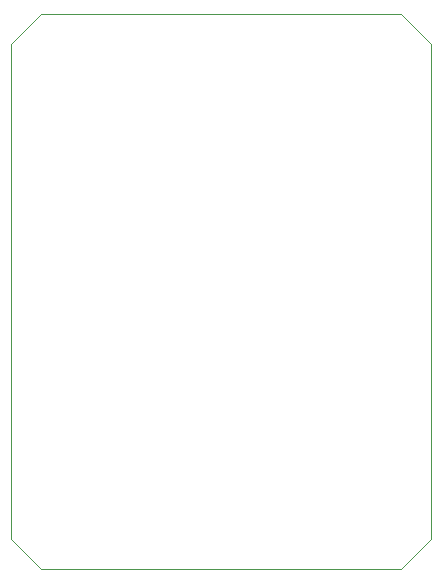
<source format=gbr>
%TF.GenerationSoftware,KiCad,Pcbnew,(6.0.4)*%
%TF.CreationDate,2023-06-25T20:19:56+02:00*%
%TF.ProjectId,CH376_MCP795_Module,43483337-365f-44d4-9350-3739355f4d6f,rev?*%
%TF.SameCoordinates,Original*%
%TF.FileFunction,Profile,NP*%
%FSLAX46Y46*%
G04 Gerber Fmt 4.6, Leading zero omitted, Abs format (unit mm)*
G04 Created by KiCad (PCBNEW (6.0.4)) date 2023-06-25 20:19:56*
%MOMM*%
%LPD*%
G01*
G04 APERTURE LIST*
%TA.AperFunction,Profile*%
%ADD10C,0.100000*%
%TD*%
G04 APERTURE END LIST*
D10*
X163830000Y-147320000D02*
X166370000Y-144780000D01*
X130810000Y-102870000D02*
X133350000Y-100330000D01*
X163830000Y-100330000D02*
X166370000Y-102870000D01*
X130810000Y-144780000D02*
X130810000Y-102870000D01*
X133350000Y-100330000D02*
X163830000Y-100330000D01*
X133350000Y-147320000D02*
X163830000Y-147320000D01*
X166370000Y-102870000D02*
X166370000Y-144780000D01*
X133350000Y-147320000D02*
X130810000Y-144780000D01*
M02*

</source>
